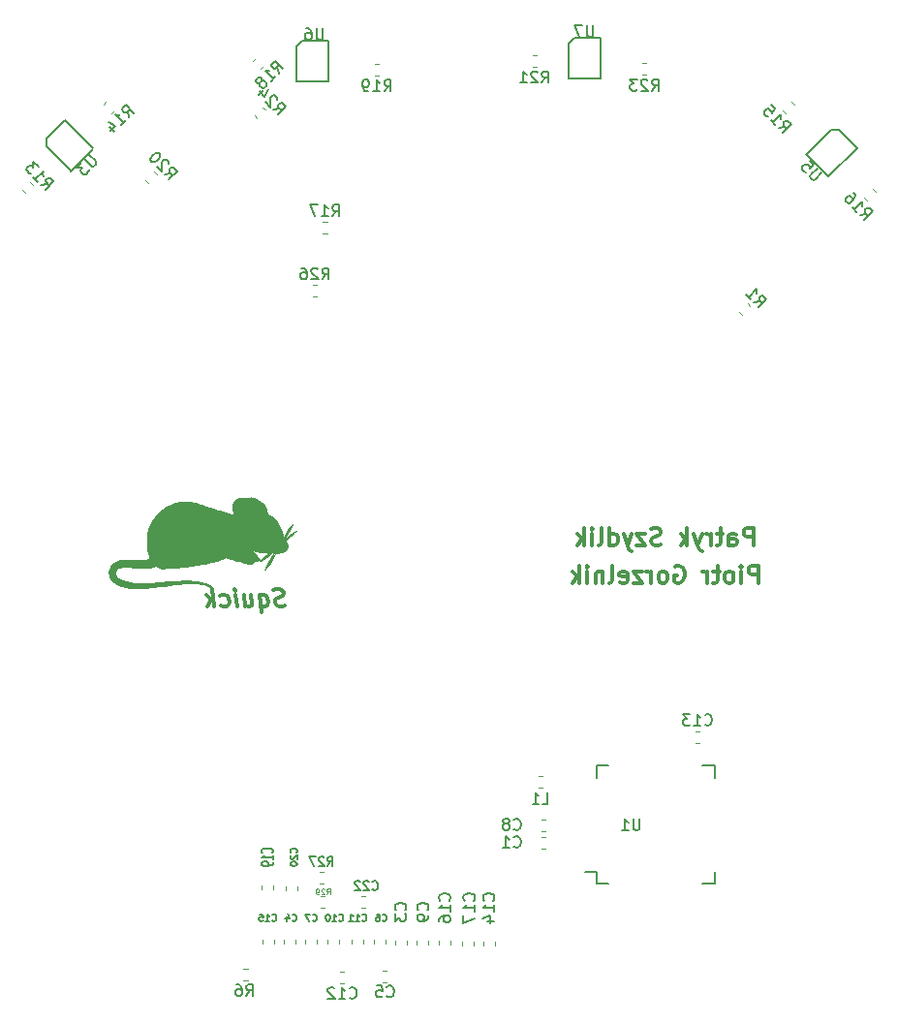
<source format=gbr>
G04 #@! TF.GenerationSoftware,KiCad,Pcbnew,(5.0.2)-1*
G04 #@! TF.CreationDate,2021-04-10T18:42:57+02:00*
G04 #@! TF.ProjectId,Squick,53717569-636b-42e6-9b69-6361645f7063,rev?*
G04 #@! TF.SameCoordinates,Original*
G04 #@! TF.FileFunction,Legend,Bot*
G04 #@! TF.FilePolarity,Positive*
%FSLAX45Y45*%
G04 Gerber Fmt 4.5, Leading zero omitted, Abs format (unit mm)*
G04 Created by KiCad (PCBNEW (5.0.2)-1) date 10.04.2021 18:42:57*
%MOMM*%
%LPD*%
G01*
G04 APERTURE LIST*
%ADD10C,0.300000*%
%ADD11C,0.120000*%
%ADD12C,0.150000*%
%ADD13C,0.010000*%
%ADD14C,0.125000*%
G04 APERTURE END LIST*
D10*
X16610000Y-8620514D02*
X16589464Y-8627657D01*
X16553750Y-8627657D01*
X16538571Y-8620514D01*
X16530536Y-8613371D01*
X16521607Y-8599086D01*
X16519821Y-8584800D01*
X16525178Y-8570514D01*
X16531428Y-8563371D01*
X16544821Y-8556229D01*
X16572500Y-8549086D01*
X16585893Y-8541943D01*
X16592143Y-8534800D01*
X16597500Y-8520514D01*
X16595714Y-8506229D01*
X16586786Y-8491943D01*
X16578750Y-8484800D01*
X16563571Y-8477657D01*
X16527857Y-8477657D01*
X16507321Y-8484800D01*
X16384107Y-8527657D02*
X16402857Y-8677657D01*
X16395714Y-8620514D02*
X16410893Y-8627657D01*
X16439464Y-8627657D01*
X16452857Y-8620514D01*
X16459107Y-8613371D01*
X16464464Y-8599086D01*
X16459107Y-8556229D01*
X16450178Y-8541943D01*
X16442143Y-8534800D01*
X16426964Y-8527657D01*
X16398393Y-8527657D01*
X16385000Y-8534800D01*
X16248393Y-8527657D02*
X16260893Y-8627657D01*
X16312678Y-8527657D02*
X16322500Y-8606229D01*
X16317143Y-8620514D01*
X16303750Y-8627657D01*
X16282321Y-8627657D01*
X16267143Y-8620514D01*
X16259107Y-8613371D01*
X16189464Y-8627657D02*
X16176964Y-8527657D01*
X16170714Y-8477657D02*
X16178750Y-8484800D01*
X16172500Y-8491943D01*
X16164464Y-8484800D01*
X16170714Y-8477657D01*
X16172500Y-8491943D01*
X16052857Y-8620514D02*
X16068036Y-8627657D01*
X16096607Y-8627657D01*
X16110000Y-8620514D01*
X16116250Y-8613371D01*
X16121607Y-8599086D01*
X16116250Y-8556229D01*
X16107321Y-8541943D01*
X16099286Y-8534800D01*
X16084107Y-8527657D01*
X16055536Y-8527657D01*
X16042143Y-8534800D01*
X15989464Y-8627657D02*
X15970714Y-8477657D01*
X15968036Y-8570514D02*
X15932321Y-8627657D01*
X15919821Y-8527657D02*
X15984107Y-8584800D01*
X20746143Y-8424457D02*
X20746143Y-8274457D01*
X20689000Y-8274457D01*
X20674714Y-8281600D01*
X20667571Y-8288743D01*
X20660429Y-8303028D01*
X20660429Y-8324457D01*
X20667571Y-8338743D01*
X20674714Y-8345886D01*
X20689000Y-8353028D01*
X20746143Y-8353028D01*
X20596143Y-8424457D02*
X20596143Y-8324457D01*
X20596143Y-8274457D02*
X20603286Y-8281600D01*
X20596143Y-8288743D01*
X20589000Y-8281600D01*
X20596143Y-8274457D01*
X20596143Y-8288743D01*
X20503286Y-8424457D02*
X20517571Y-8417314D01*
X20524714Y-8410171D01*
X20531857Y-8395886D01*
X20531857Y-8353028D01*
X20524714Y-8338743D01*
X20517571Y-8331600D01*
X20503286Y-8324457D01*
X20481857Y-8324457D01*
X20467571Y-8331600D01*
X20460429Y-8338743D01*
X20453286Y-8353028D01*
X20453286Y-8395886D01*
X20460429Y-8410171D01*
X20467571Y-8417314D01*
X20481857Y-8424457D01*
X20503286Y-8424457D01*
X20410429Y-8324457D02*
X20353286Y-8324457D01*
X20389000Y-8274457D02*
X20389000Y-8403029D01*
X20381857Y-8417314D01*
X20367571Y-8424457D01*
X20353286Y-8424457D01*
X20303286Y-8424457D02*
X20303286Y-8324457D01*
X20303286Y-8353028D02*
X20296143Y-8338743D01*
X20289000Y-8331600D01*
X20274714Y-8324457D01*
X20260429Y-8324457D01*
X20017571Y-8281600D02*
X20031857Y-8274457D01*
X20053286Y-8274457D01*
X20074714Y-8281600D01*
X20089000Y-8295886D01*
X20096143Y-8310171D01*
X20103286Y-8338743D01*
X20103286Y-8360171D01*
X20096143Y-8388743D01*
X20089000Y-8403029D01*
X20074714Y-8417314D01*
X20053286Y-8424457D01*
X20039000Y-8424457D01*
X20017571Y-8417314D01*
X20010429Y-8410171D01*
X20010429Y-8360171D01*
X20039000Y-8360171D01*
X19924714Y-8424457D02*
X19939000Y-8417314D01*
X19946143Y-8410171D01*
X19953286Y-8395886D01*
X19953286Y-8353028D01*
X19946143Y-8338743D01*
X19939000Y-8331600D01*
X19924714Y-8324457D01*
X19903286Y-8324457D01*
X19889000Y-8331600D01*
X19881857Y-8338743D01*
X19874714Y-8353028D01*
X19874714Y-8395886D01*
X19881857Y-8410171D01*
X19889000Y-8417314D01*
X19903286Y-8424457D01*
X19924714Y-8424457D01*
X19810429Y-8424457D02*
X19810429Y-8324457D01*
X19810429Y-8353028D02*
X19803286Y-8338743D01*
X19796143Y-8331600D01*
X19781857Y-8324457D01*
X19767571Y-8324457D01*
X19731857Y-8324457D02*
X19653286Y-8324457D01*
X19731857Y-8424457D01*
X19653286Y-8424457D01*
X19539000Y-8417314D02*
X19553286Y-8424457D01*
X19581857Y-8424457D01*
X19596143Y-8417314D01*
X19603286Y-8403029D01*
X19603286Y-8345886D01*
X19596143Y-8331600D01*
X19581857Y-8324457D01*
X19553286Y-8324457D01*
X19539000Y-8331600D01*
X19531857Y-8345886D01*
X19531857Y-8360171D01*
X19603286Y-8374457D01*
X19446143Y-8424457D02*
X19460429Y-8417314D01*
X19467571Y-8403029D01*
X19467571Y-8274457D01*
X19389000Y-8324457D02*
X19389000Y-8424457D01*
X19389000Y-8338743D02*
X19381857Y-8331600D01*
X19367571Y-8324457D01*
X19346143Y-8324457D01*
X19331857Y-8331600D01*
X19324714Y-8345886D01*
X19324714Y-8424457D01*
X19253286Y-8424457D02*
X19253286Y-8324457D01*
X19253286Y-8274457D02*
X19260429Y-8281600D01*
X19253286Y-8288743D01*
X19246143Y-8281600D01*
X19253286Y-8274457D01*
X19253286Y-8288743D01*
X19181857Y-8424457D02*
X19181857Y-8274457D01*
X19167571Y-8367314D02*
X19124714Y-8424457D01*
X19124714Y-8324457D02*
X19181857Y-8381600D01*
X20703286Y-8094257D02*
X20703286Y-7944257D01*
X20646143Y-7944257D01*
X20631857Y-7951400D01*
X20624714Y-7958543D01*
X20617571Y-7972828D01*
X20617571Y-7994257D01*
X20624714Y-8008543D01*
X20631857Y-8015686D01*
X20646143Y-8022828D01*
X20703286Y-8022828D01*
X20489000Y-8094257D02*
X20489000Y-8015686D01*
X20496143Y-8001400D01*
X20510429Y-7994257D01*
X20539000Y-7994257D01*
X20553286Y-8001400D01*
X20489000Y-8087114D02*
X20503286Y-8094257D01*
X20539000Y-8094257D01*
X20553286Y-8087114D01*
X20560429Y-8072828D01*
X20560429Y-8058543D01*
X20553286Y-8044257D01*
X20539000Y-8037114D01*
X20503286Y-8037114D01*
X20489000Y-8029971D01*
X20439000Y-7994257D02*
X20381857Y-7994257D01*
X20417571Y-7944257D02*
X20417571Y-8072828D01*
X20410429Y-8087114D01*
X20396143Y-8094257D01*
X20381857Y-8094257D01*
X20331857Y-8094257D02*
X20331857Y-7994257D01*
X20331857Y-8022828D02*
X20324714Y-8008543D01*
X20317571Y-8001400D01*
X20303286Y-7994257D01*
X20289000Y-7994257D01*
X20253286Y-7994257D02*
X20217571Y-8094257D01*
X20181857Y-7994257D02*
X20217571Y-8094257D01*
X20231857Y-8129971D01*
X20239000Y-8137114D01*
X20253286Y-8144257D01*
X20124714Y-8094257D02*
X20124714Y-7944257D01*
X20110429Y-8037114D02*
X20067571Y-8094257D01*
X20067571Y-7994257D02*
X20124714Y-8051400D01*
X19896143Y-8087114D02*
X19874714Y-8094257D01*
X19839000Y-8094257D01*
X19824714Y-8087114D01*
X19817571Y-8079971D01*
X19810429Y-8065686D01*
X19810429Y-8051400D01*
X19817571Y-8037114D01*
X19824714Y-8029971D01*
X19839000Y-8022828D01*
X19867571Y-8015686D01*
X19881857Y-8008543D01*
X19889000Y-8001400D01*
X19896143Y-7987114D01*
X19896143Y-7972828D01*
X19889000Y-7958543D01*
X19881857Y-7951400D01*
X19867571Y-7944257D01*
X19831857Y-7944257D01*
X19810429Y-7951400D01*
X19760429Y-7994257D02*
X19681857Y-7994257D01*
X19760429Y-8094257D01*
X19681857Y-8094257D01*
X19639000Y-7994257D02*
X19603286Y-8094257D01*
X19567571Y-7994257D02*
X19603286Y-8094257D01*
X19617571Y-8129971D01*
X19624714Y-8137114D01*
X19639000Y-8144257D01*
X19446143Y-8094257D02*
X19446143Y-7944257D01*
X19446143Y-8087114D02*
X19460429Y-8094257D01*
X19489000Y-8094257D01*
X19503286Y-8087114D01*
X19510429Y-8079971D01*
X19517571Y-8065686D01*
X19517571Y-8022828D01*
X19510429Y-8008543D01*
X19503286Y-8001400D01*
X19489000Y-7994257D01*
X19460429Y-7994257D01*
X19446143Y-8001400D01*
X19353286Y-8094257D02*
X19367571Y-8087114D01*
X19374714Y-8072828D01*
X19374714Y-7944257D01*
X19296143Y-8094257D02*
X19296143Y-7994257D01*
X19296143Y-7944257D02*
X19303286Y-7951400D01*
X19296143Y-7958543D01*
X19289000Y-7951400D01*
X19296143Y-7944257D01*
X19296143Y-7958543D01*
X19224714Y-8094257D02*
X19224714Y-7944257D01*
X19210429Y-8037114D02*
X19167571Y-8094257D01*
X19167571Y-7994257D02*
X19224714Y-8051400D01*
D11*
G04 #@! TO.C,R29*
X16925117Y-11160760D02*
X16959370Y-11160760D01*
X16925117Y-11262759D02*
X16959370Y-11262759D01*
G04 #@! TO.C,R27*
X16945620Y-11053760D02*
X16911367Y-11053760D01*
X16945620Y-10951760D02*
X16911367Y-10951760D01*
G04 #@! TO.C,R26*
X16887127Y-5921000D02*
X16852873Y-5921000D01*
X16887127Y-5819000D02*
X16852873Y-5819000D01*
G04 #@! TO.C,R24*
X16366048Y-4363173D02*
X16341827Y-4338952D01*
X16438173Y-4291048D02*
X16413952Y-4266827D01*
G04 #@! TO.C,R23*
X19735373Y-3884000D02*
X19769627Y-3884000D01*
X19735373Y-3986000D02*
X19769627Y-3986000D01*
G04 #@! TO.C,R21*
X18772873Y-3814000D02*
X18807127Y-3814000D01*
X18772873Y-3916000D02*
X18807127Y-3916000D01*
G04 #@! TO.C,R20*
X15416048Y-4928173D02*
X15391827Y-4903952D01*
X15488173Y-4856048D02*
X15463952Y-4831827D01*
G04 #@! TO.C,R19*
X17395373Y-3889000D02*
X17429627Y-3889000D01*
X17395373Y-3991000D02*
X17429627Y-3991000D01*
G04 #@! TO.C,R18*
X16326827Y-3861048D02*
X16351048Y-3836827D01*
X16398952Y-3933173D02*
X16423173Y-3908952D01*
G04 #@! TO.C,R17*
X16976627Y-5370000D02*
X16942373Y-5370000D01*
X16976627Y-5268000D02*
X16942373Y-5268000D01*
G04 #@! TO.C,R16*
X21745824Y-4983699D02*
X21770045Y-5007920D01*
X21673699Y-5055824D02*
X21697920Y-5080045D01*
G04 #@! TO.C,R15*
X21033952Y-4221827D02*
X21058173Y-4246048D01*
X20961827Y-4293952D02*
X20986048Y-4318173D01*
G04 #@! TO.C,R14*
X15021827Y-4246048D02*
X15046048Y-4221827D01*
X15093952Y-4318173D02*
X15118173Y-4293952D01*
G04 #@! TO.C,R13*
X14336048Y-5018173D02*
X14311827Y-4993952D01*
X14408173Y-4946048D02*
X14383952Y-4921827D01*
G04 #@! TO.C,R6*
X16282370Y-11898759D02*
X16248117Y-11898759D01*
X16282370Y-11796759D02*
X16248117Y-11796759D01*
G04 #@! TO.C,R1*
X20604176Y-6081301D02*
X20579955Y-6057080D01*
X20676301Y-6009176D02*
X20652080Y-5984955D01*
G04 #@! TO.C,L1*
X18823873Y-10116000D02*
X18858127Y-10116000D01*
X18823873Y-10218000D02*
X18858127Y-10218000D01*
G04 #@! TO.C,C22*
X17314627Y-11261000D02*
X17280373Y-11261000D01*
X17314627Y-11159000D02*
X17280373Y-11159000D01*
G04 #@! TO.C,C20*
X16718994Y-11075133D02*
X16718994Y-11109386D01*
X16616994Y-11075133D02*
X16616994Y-11109386D01*
G04 #@! TO.C,C19*
X16505994Y-11071133D02*
X16505994Y-11105386D01*
X16403994Y-11071133D02*
X16403994Y-11105386D01*
G04 #@! TO.C,C17*
X18261994Y-11559633D02*
X18261994Y-11593886D01*
X18159994Y-11559633D02*
X18159994Y-11593886D01*
G04 #@! TO.C,C16*
X18057994Y-11553883D02*
X18057994Y-11588136D01*
X17955994Y-11553883D02*
X17955994Y-11588136D01*
G04 #@! TO.C,C15*
X16514994Y-11545633D02*
X16514994Y-11579886D01*
X16412994Y-11545633D02*
X16412994Y-11579886D01*
G04 #@! TO.C,C14*
X18445994Y-11563133D02*
X18445994Y-11597386D01*
X18343994Y-11563133D02*
X18343994Y-11597386D01*
G04 #@! TO.C,C13*
X20198373Y-9723000D02*
X20232627Y-9723000D01*
X20198373Y-9825000D02*
X20232627Y-9825000D01*
G04 #@! TO.C,C12*
X17127370Y-11924759D02*
X17093117Y-11924759D01*
X17127370Y-11822759D02*
X17093117Y-11822759D01*
G04 #@! TO.C,C11*
X17293994Y-11539633D02*
X17293994Y-11573886D01*
X17191994Y-11539633D02*
X17191994Y-11573886D01*
G04 #@! TO.C,C10*
X16979018Y-11579343D02*
X16979018Y-11545089D01*
X17081018Y-11579343D02*
X17081018Y-11545089D01*
G04 #@! TO.C,C9*
X17863518Y-11551839D02*
X17863518Y-11586093D01*
X17761518Y-11551839D02*
X17761518Y-11586093D01*
G04 #@! TO.C,C8*
X18884627Y-10596000D02*
X18850373Y-10596000D01*
X18884627Y-10494000D02*
X18850373Y-10494000D01*
G04 #@! TO.C,C7*
X16782518Y-11578093D02*
X16782518Y-11543839D01*
X16884518Y-11578093D02*
X16884518Y-11543839D01*
G04 #@! TO.C,C6*
X17491518Y-11543839D02*
X17491518Y-11578093D01*
X17389518Y-11543839D02*
X17389518Y-11578093D01*
G04 #@! TO.C,C5*
X17500871Y-11916759D02*
X17466617Y-11916759D01*
X17500871Y-11814759D02*
X17466617Y-11814759D01*
G04 #@! TO.C,C4*
X16701994Y-11542883D02*
X16701994Y-11577136D01*
X16599994Y-11542883D02*
X16599994Y-11577136D01*
G04 #@! TO.C,C3*
X17676518Y-11549839D02*
X17676518Y-11584093D01*
X17574518Y-11549839D02*
X17574518Y-11584093D01*
G04 #@! TO.C,C1*
X18884627Y-10746000D02*
X18850373Y-10746000D01*
X18884627Y-10644000D02*
X18850373Y-10644000D01*
D12*
G04 #@! TO.C,U6*
X16710300Y-3739500D02*
X16710300Y-4039500D01*
X16710300Y-4045100D02*
X16985300Y-4045100D01*
X16761100Y-3689500D02*
X16710300Y-3740300D01*
X16989700Y-3689500D02*
X16761100Y-3689500D01*
X16989700Y-4045100D02*
X16989700Y-3689500D01*
G04 #@! TO.C,U7*
X19369700Y-4020100D02*
X19369700Y-3664500D01*
X19369700Y-3664500D02*
X19141100Y-3664500D01*
X19141100Y-3664500D02*
X19090300Y-3715300D01*
X19090300Y-4020100D02*
X19365300Y-4020100D01*
X19090300Y-3714500D02*
X19090300Y-4014500D01*
G04 #@! TO.C,U3*
X14521869Y-4609434D02*
X14734001Y-4821566D01*
X14737960Y-4825526D02*
X14932415Y-4631072D01*
X14522434Y-4538158D02*
X14522434Y-4610000D01*
X14684079Y-4376513D02*
X14522434Y-4538158D01*
X14935526Y-4627961D02*
X14684079Y-4376513D01*
G04 #@! TO.C,U5*
X21362040Y-4875526D02*
X21613487Y-4624079D01*
X21613487Y-4624079D02*
X21451842Y-4462434D01*
X21451842Y-4462434D02*
X21380000Y-4462434D01*
X21164474Y-4677961D02*
X21358928Y-4872415D01*
X21380566Y-4461869D02*
X21168434Y-4674001D01*
G04 #@! TO.C,U1*
X19332500Y-11055000D02*
X19332500Y-10955000D01*
X20367500Y-11055000D02*
X20367500Y-10947500D01*
X20367500Y-10020000D02*
X20367500Y-10127500D01*
X19332500Y-10020000D02*
X19332500Y-10127500D01*
X19332500Y-11055000D02*
X19440000Y-11055000D01*
X19332500Y-10020000D02*
X19440000Y-10020000D01*
X20367500Y-10020000D02*
X20260000Y-10020000D01*
X20367500Y-11055000D02*
X20260000Y-11055000D01*
X19332500Y-10955000D02*
X19230000Y-10955000D01*
D13*
G04 #@! TO.C,G\002A\002A\002A*
G36*
X16302819Y-7678649D02*
X16292791Y-7680989D01*
X16289929Y-7681767D01*
X16277556Y-7684527D01*
X16265844Y-7686089D01*
X16259175Y-7686199D01*
X16233354Y-7684975D01*
X16212355Y-7686446D01*
X16195130Y-7690879D01*
X16180634Y-7698540D01*
X16168088Y-7709415D01*
X16156703Y-7725696D01*
X16149684Y-7745242D01*
X16147128Y-7766621D01*
X16149132Y-7788398D01*
X16155792Y-7809140D01*
X16160769Y-7818468D01*
X16168162Y-7830430D01*
X16152550Y-7828115D01*
X16135519Y-7824915D01*
X16113931Y-7819805D01*
X16089156Y-7813162D01*
X16062560Y-7805362D01*
X16035512Y-7796783D01*
X16021050Y-7791906D01*
X15979768Y-7777677D01*
X15943943Y-7765379D01*
X15913031Y-7754874D01*
X15886486Y-7746020D01*
X15863764Y-7738677D01*
X15844319Y-7732705D01*
X15827606Y-7727963D01*
X15813082Y-7724310D01*
X15800200Y-7721607D01*
X15788416Y-7719713D01*
X15777185Y-7718487D01*
X15765962Y-7717789D01*
X15754202Y-7717479D01*
X15741361Y-7717415D01*
X15732125Y-7717440D01*
X15711870Y-7717692D01*
X15696049Y-7718421D01*
X15682750Y-7719832D01*
X15670062Y-7722131D01*
X15656073Y-7725524D01*
X15655349Y-7725715D01*
X15615413Y-7739119D01*
X15577958Y-7757737D01*
X15542398Y-7781920D01*
X15508149Y-7812019D01*
X15503141Y-7817013D01*
X15472805Y-7850662D01*
X15448268Y-7884492D01*
X15429009Y-7919307D01*
X15415880Y-7951787D01*
X15412985Y-7960638D01*
X15410788Y-7968645D01*
X15409168Y-7976932D01*
X15408004Y-7986621D01*
X15407177Y-7998835D01*
X15406566Y-8014697D01*
X15406050Y-8035330D01*
X15405840Y-8045335D01*
X15405454Y-8074993D01*
X15405712Y-8099565D01*
X15406738Y-8120290D01*
X15408656Y-8138411D01*
X15411591Y-8155169D01*
X15415666Y-8171806D01*
X15419951Y-8186241D01*
X15423372Y-8197902D01*
X15425600Y-8207085D01*
X15426280Y-8212260D01*
X15426116Y-8212817D01*
X15422354Y-8214408D01*
X15414312Y-8216820D01*
X15406040Y-8218958D01*
X15399170Y-8220298D01*
X15390588Y-8221283D01*
X15379527Y-8221933D01*
X15365220Y-8222262D01*
X15346899Y-8222290D01*
X15323795Y-8222034D01*
X15295143Y-8221510D01*
X15293975Y-8221485D01*
X15260974Y-8220941D01*
X15233507Y-8220855D01*
X15210772Y-8221307D01*
X15191962Y-8222380D01*
X15176275Y-8224154D01*
X15162906Y-8226711D01*
X15151051Y-8230130D01*
X15139907Y-8234494D01*
X15133003Y-8237709D01*
X15111123Y-8251534D01*
X15093385Y-8269110D01*
X15080172Y-8289553D01*
X15071869Y-8311980D01*
X15068859Y-8335509D01*
X15071528Y-8359255D01*
X15075094Y-8370887D01*
X15086055Y-8391309D01*
X15102664Y-8410079D01*
X15124338Y-8426767D01*
X15150493Y-8440948D01*
X15180547Y-8452192D01*
X15189200Y-8454654D01*
X15209548Y-8459664D01*
X15228972Y-8463442D01*
X15248883Y-8466132D01*
X15270690Y-8467876D01*
X15295802Y-8468821D01*
X15325628Y-8469110D01*
X15330487Y-8469106D01*
X15352335Y-8468970D01*
X15372069Y-8468593D01*
X15390696Y-8467887D01*
X15409219Y-8466765D01*
X15428643Y-8465137D01*
X15449973Y-8462916D01*
X15474212Y-8460013D01*
X15502367Y-8456342D01*
X15535440Y-8451814D01*
X15548335Y-8450014D01*
X15600281Y-8442956D01*
X15646541Y-8437159D01*
X15687651Y-8432596D01*
X15724141Y-8429238D01*
X15756546Y-8427058D01*
X15785397Y-8426026D01*
X15811229Y-8426116D01*
X15834575Y-8427299D01*
X15855966Y-8429546D01*
X15875525Y-8432750D01*
X15900132Y-8438867D01*
X15924418Y-8447341D01*
X15946451Y-8457388D01*
X15964297Y-8468222D01*
X15966041Y-8469520D01*
X15975418Y-8475655D01*
X15981008Y-8476821D01*
X15982947Y-8473041D01*
X15982950Y-8472758D01*
X15980555Y-8468603D01*
X15974344Y-8462414D01*
X15967532Y-8456948D01*
X15939956Y-8439820D01*
X15908213Y-8426002D01*
X15871699Y-8415260D01*
X15846425Y-8410047D01*
X15829762Y-8407974D01*
X15807673Y-8406602D01*
X15781044Y-8405915D01*
X15750758Y-8405895D01*
X15717701Y-8406528D01*
X15682755Y-8407797D01*
X15646806Y-8409687D01*
X15610738Y-8412179D01*
X15578880Y-8414928D01*
X15530331Y-8419383D01*
X15487514Y-8422941D01*
X15449881Y-8425631D01*
X15416882Y-8427484D01*
X15387968Y-8428528D01*
X15362590Y-8428793D01*
X15340198Y-8428310D01*
X15335250Y-8428088D01*
X15294074Y-8424897D01*
X15256613Y-8419676D01*
X15223193Y-8412561D01*
X15194140Y-8403689D01*
X15169778Y-8393199D01*
X15150434Y-8381226D01*
X15136432Y-8367909D01*
X15128099Y-8353383D01*
X15125712Y-8339773D01*
X15128659Y-8323156D01*
X15137591Y-8308515D01*
X15144780Y-8301499D01*
X15154954Y-8294725D01*
X15167605Y-8289765D01*
X15183395Y-8286555D01*
X15202984Y-8285029D01*
X15227035Y-8285121D01*
X15256208Y-8286767D01*
X15276589Y-8288487D01*
X15314415Y-8291656D01*
X15346753Y-8293593D01*
X15374351Y-8294263D01*
X15397959Y-8293631D01*
X15418325Y-8291660D01*
X15436196Y-8288316D01*
X15452322Y-8283564D01*
X15462140Y-8279738D01*
X15476317Y-8273690D01*
X15501254Y-8285392D01*
X15526192Y-8297095D01*
X15595027Y-8295296D01*
X15630947Y-8293877D01*
X15667339Y-8291427D01*
X15705092Y-8287835D01*
X15745094Y-8282989D01*
X15788232Y-8276778D01*
X15835395Y-8269092D01*
X15887471Y-8259817D01*
X15906750Y-8256227D01*
X15936228Y-8250576D01*
X15960603Y-8245612D01*
X15981042Y-8241025D01*
X15998713Y-8236508D01*
X16014784Y-8231749D01*
X16030421Y-8226442D01*
X16046795Y-8220277D01*
X16055189Y-8216949D01*
X16094366Y-8201232D01*
X16110889Y-8207763D01*
X16118024Y-8210153D01*
X16130272Y-8213794D01*
X16146582Y-8218407D01*
X16165905Y-8223715D01*
X16187190Y-8229438D01*
X16209387Y-8235298D01*
X16231447Y-8241017D01*
X16252318Y-8246315D01*
X16270952Y-8250914D01*
X16286297Y-8254536D01*
X16291883Y-8255780D01*
X16308109Y-8257371D01*
X16321805Y-8254956D01*
X16331880Y-8248877D01*
X16336534Y-8241780D01*
X16339833Y-8235240D01*
X16344498Y-8233285D01*
X16350328Y-8233858D01*
X16362118Y-8234097D01*
X16373636Y-8231633D01*
X16382638Y-8227132D01*
X16386170Y-8223259D01*
X16387224Y-8220530D01*
X16387059Y-8217472D01*
X16385171Y-8213391D01*
X16381056Y-8207597D01*
X16374211Y-8199397D01*
X16364131Y-8188099D01*
X16350314Y-8173012D01*
X16346870Y-8169275D01*
X16336689Y-8157837D01*
X16330976Y-8150028D01*
X16330026Y-8145536D01*
X16334133Y-8144051D01*
X16343591Y-8145261D01*
X16358697Y-8148857D01*
X16364722Y-8150447D01*
X16387878Y-8155174D01*
X16415858Y-8158391D01*
X16431671Y-8159396D01*
X16472405Y-8161337D01*
X16445959Y-8183171D01*
X16432991Y-8194034D01*
X16419965Y-8205210D01*
X16408837Y-8215010D01*
X16404224Y-8219211D01*
X16395363Y-8227943D01*
X16391138Y-8233250D01*
X16391040Y-8235431D01*
X16394563Y-8234784D01*
X16401197Y-8231608D01*
X16410435Y-8226203D01*
X16421769Y-8218867D01*
X16434692Y-8209899D01*
X16448695Y-8199598D01*
X16463271Y-8188263D01*
X16477911Y-8176192D01*
X16479225Y-8175072D01*
X16491372Y-8165079D01*
X16499941Y-8159155D01*
X16505811Y-8156843D01*
X16509861Y-8157687D01*
X16510979Y-8158612D01*
X16511057Y-8160590D01*
X16509456Y-8165133D01*
X16505947Y-8172678D01*
X16500300Y-8183662D01*
X16492286Y-8198523D01*
X16481677Y-8217699D01*
X16468243Y-8241625D01*
X16457589Y-8260457D01*
X16448951Y-8275952D01*
X16441690Y-8289478D01*
X16436283Y-8300101D01*
X16433210Y-8306889D01*
X16432739Y-8308920D01*
X16436024Y-8308039D01*
X16441909Y-8302426D01*
X16449855Y-8292866D01*
X16459321Y-8280144D01*
X16469767Y-8265048D01*
X16480653Y-8248362D01*
X16491438Y-8230873D01*
X16501582Y-8213366D01*
X16510546Y-8196627D01*
X16512197Y-8193345D01*
X16527308Y-8162925D01*
X16544848Y-8162821D01*
X16563283Y-8160837D01*
X16581976Y-8155580D01*
X16599389Y-8147781D01*
X16613987Y-8138169D01*
X16624233Y-8127475D01*
X16626230Y-8124163D01*
X16630906Y-8110108D01*
X16630304Y-8095391D01*
X16624320Y-8078950D01*
X16621173Y-8073012D01*
X16616109Y-8063631D01*
X16612816Y-8056729D01*
X16612009Y-8053821D01*
X16616427Y-8050315D01*
X16624379Y-8043754D01*
X16634984Y-8034888D01*
X16647360Y-8024466D01*
X16660623Y-8013238D01*
X16673893Y-8001953D01*
X16686286Y-7991360D01*
X16696921Y-7982210D01*
X16704915Y-7975252D01*
X16709385Y-7971234D01*
X16710025Y-7970556D01*
X16707710Y-7969658D01*
X16701314Y-7972245D01*
X16691660Y-7977767D01*
X16679572Y-7985676D01*
X16665873Y-7995422D01*
X16651387Y-8006457D01*
X16636937Y-8018232D01*
X16631444Y-8022945D01*
X16620922Y-8031999D01*
X16612418Y-8039091D01*
X16606891Y-8043435D01*
X16605250Y-8044376D01*
X16606722Y-8041316D01*
X16610848Y-8033510D01*
X16617194Y-8021761D01*
X16625324Y-8006871D01*
X16634804Y-7989643D01*
X16640175Y-7979931D01*
X16650207Y-7961681D01*
X16659102Y-7945222D01*
X16666425Y-7931385D01*
X16671738Y-7921001D01*
X16674606Y-7914900D01*
X16674986Y-7913703D01*
X16673357Y-7912941D01*
X16669079Y-7916867D01*
X16662701Y-7924685D01*
X16654774Y-7935599D01*
X16645848Y-7948811D01*
X16636473Y-7963526D01*
X16627199Y-7978946D01*
X16618577Y-7994276D01*
X16616033Y-7999056D01*
X16599584Y-8030449D01*
X16592739Y-8014976D01*
X16588178Y-8003151D01*
X16583565Y-7988814D01*
X16580847Y-7978820D01*
X16569059Y-7943498D01*
X16551809Y-7910763D01*
X16529626Y-7881320D01*
X16503038Y-7855869D01*
X16472676Y-7835171D01*
X16461658Y-7827940D01*
X16455782Y-7821321D01*
X16454324Y-7817330D01*
X16452550Y-7809926D01*
X16449577Y-7798969D01*
X16446439Y-7788158D01*
X16434904Y-7760359D01*
X16418191Y-7735395D01*
X16397095Y-7714011D01*
X16372412Y-7696949D01*
X16344936Y-7684954D01*
X16332417Y-7681529D01*
X16319965Y-7678934D01*
X16310988Y-7677969D01*
X16302819Y-7678649D01*
X16302819Y-7678649D01*
G37*
X16302819Y-7678649D02*
X16292791Y-7680989D01*
X16289929Y-7681767D01*
X16277556Y-7684527D01*
X16265844Y-7686089D01*
X16259175Y-7686199D01*
X16233354Y-7684975D01*
X16212355Y-7686446D01*
X16195130Y-7690879D01*
X16180634Y-7698540D01*
X16168088Y-7709415D01*
X16156703Y-7725696D01*
X16149684Y-7745242D01*
X16147128Y-7766621D01*
X16149132Y-7788398D01*
X16155792Y-7809140D01*
X16160769Y-7818468D01*
X16168162Y-7830430D01*
X16152550Y-7828115D01*
X16135519Y-7824915D01*
X16113931Y-7819805D01*
X16089156Y-7813162D01*
X16062560Y-7805362D01*
X16035512Y-7796783D01*
X16021050Y-7791906D01*
X15979768Y-7777677D01*
X15943943Y-7765379D01*
X15913031Y-7754874D01*
X15886486Y-7746020D01*
X15863764Y-7738677D01*
X15844319Y-7732705D01*
X15827606Y-7727963D01*
X15813082Y-7724310D01*
X15800200Y-7721607D01*
X15788416Y-7719713D01*
X15777185Y-7718487D01*
X15765962Y-7717789D01*
X15754202Y-7717479D01*
X15741361Y-7717415D01*
X15732125Y-7717440D01*
X15711870Y-7717692D01*
X15696049Y-7718421D01*
X15682750Y-7719832D01*
X15670062Y-7722131D01*
X15656073Y-7725524D01*
X15655349Y-7725715D01*
X15615413Y-7739119D01*
X15577958Y-7757737D01*
X15542398Y-7781920D01*
X15508149Y-7812019D01*
X15503141Y-7817013D01*
X15472805Y-7850662D01*
X15448268Y-7884492D01*
X15429009Y-7919307D01*
X15415880Y-7951787D01*
X15412985Y-7960638D01*
X15410788Y-7968645D01*
X15409168Y-7976932D01*
X15408004Y-7986621D01*
X15407177Y-7998835D01*
X15406566Y-8014697D01*
X15406050Y-8035330D01*
X15405840Y-8045335D01*
X15405454Y-8074993D01*
X15405712Y-8099565D01*
X15406738Y-8120290D01*
X15408656Y-8138411D01*
X15411591Y-8155169D01*
X15415666Y-8171806D01*
X15419951Y-8186241D01*
X15423372Y-8197902D01*
X15425600Y-8207085D01*
X15426280Y-8212260D01*
X15426116Y-8212817D01*
X15422354Y-8214408D01*
X15414312Y-8216820D01*
X15406040Y-8218958D01*
X15399170Y-8220298D01*
X15390588Y-8221283D01*
X15379527Y-8221933D01*
X15365220Y-8222262D01*
X15346899Y-8222290D01*
X15323795Y-8222034D01*
X15295143Y-8221510D01*
X15293975Y-8221485D01*
X15260974Y-8220941D01*
X15233507Y-8220855D01*
X15210772Y-8221307D01*
X15191962Y-8222380D01*
X15176275Y-8224154D01*
X15162906Y-8226711D01*
X15151051Y-8230130D01*
X15139907Y-8234494D01*
X15133003Y-8237709D01*
X15111123Y-8251534D01*
X15093385Y-8269110D01*
X15080172Y-8289553D01*
X15071869Y-8311980D01*
X15068859Y-8335509D01*
X15071528Y-8359255D01*
X15075094Y-8370887D01*
X15086055Y-8391309D01*
X15102664Y-8410079D01*
X15124338Y-8426767D01*
X15150493Y-8440948D01*
X15180547Y-8452192D01*
X15189200Y-8454654D01*
X15209548Y-8459664D01*
X15228972Y-8463442D01*
X15248883Y-8466132D01*
X15270690Y-8467876D01*
X15295802Y-8468821D01*
X15325628Y-8469110D01*
X15330487Y-8469106D01*
X15352335Y-8468970D01*
X15372069Y-8468593D01*
X15390696Y-8467887D01*
X15409219Y-8466765D01*
X15428643Y-8465137D01*
X15449973Y-8462916D01*
X15474212Y-8460013D01*
X15502367Y-8456342D01*
X15535440Y-8451814D01*
X15548335Y-8450014D01*
X15600281Y-8442956D01*
X15646541Y-8437159D01*
X15687651Y-8432596D01*
X15724141Y-8429238D01*
X15756546Y-8427058D01*
X15785397Y-8426026D01*
X15811229Y-8426116D01*
X15834575Y-8427299D01*
X15855966Y-8429546D01*
X15875525Y-8432750D01*
X15900132Y-8438867D01*
X15924418Y-8447341D01*
X15946451Y-8457388D01*
X15964297Y-8468222D01*
X15966041Y-8469520D01*
X15975418Y-8475655D01*
X15981008Y-8476821D01*
X15982947Y-8473041D01*
X15982950Y-8472758D01*
X15980555Y-8468603D01*
X15974344Y-8462414D01*
X15967532Y-8456948D01*
X15939956Y-8439820D01*
X15908213Y-8426002D01*
X15871699Y-8415260D01*
X15846425Y-8410047D01*
X15829762Y-8407974D01*
X15807673Y-8406602D01*
X15781044Y-8405915D01*
X15750758Y-8405895D01*
X15717701Y-8406528D01*
X15682755Y-8407797D01*
X15646806Y-8409687D01*
X15610738Y-8412179D01*
X15578880Y-8414928D01*
X15530331Y-8419383D01*
X15487514Y-8422941D01*
X15449881Y-8425631D01*
X15416882Y-8427484D01*
X15387968Y-8428528D01*
X15362590Y-8428793D01*
X15340198Y-8428310D01*
X15335250Y-8428088D01*
X15294074Y-8424897D01*
X15256613Y-8419676D01*
X15223193Y-8412561D01*
X15194140Y-8403689D01*
X15169778Y-8393199D01*
X15150434Y-8381226D01*
X15136432Y-8367909D01*
X15128099Y-8353383D01*
X15125712Y-8339773D01*
X15128659Y-8323156D01*
X15137591Y-8308515D01*
X15144780Y-8301499D01*
X15154954Y-8294725D01*
X15167605Y-8289765D01*
X15183395Y-8286555D01*
X15202984Y-8285029D01*
X15227035Y-8285121D01*
X15256208Y-8286767D01*
X15276589Y-8288487D01*
X15314415Y-8291656D01*
X15346753Y-8293593D01*
X15374351Y-8294263D01*
X15397959Y-8293631D01*
X15418325Y-8291660D01*
X15436196Y-8288316D01*
X15452322Y-8283564D01*
X15462140Y-8279738D01*
X15476317Y-8273690D01*
X15501254Y-8285392D01*
X15526192Y-8297095D01*
X15595027Y-8295296D01*
X15630947Y-8293877D01*
X15667339Y-8291427D01*
X15705092Y-8287835D01*
X15745094Y-8282989D01*
X15788232Y-8276778D01*
X15835395Y-8269092D01*
X15887471Y-8259817D01*
X15906750Y-8256227D01*
X15936228Y-8250576D01*
X15960603Y-8245612D01*
X15981042Y-8241025D01*
X15998713Y-8236508D01*
X16014784Y-8231749D01*
X16030421Y-8226442D01*
X16046795Y-8220277D01*
X16055189Y-8216949D01*
X16094366Y-8201232D01*
X16110889Y-8207763D01*
X16118024Y-8210153D01*
X16130272Y-8213794D01*
X16146582Y-8218407D01*
X16165905Y-8223715D01*
X16187190Y-8229438D01*
X16209387Y-8235298D01*
X16231447Y-8241017D01*
X16252318Y-8246315D01*
X16270952Y-8250914D01*
X16286297Y-8254536D01*
X16291883Y-8255780D01*
X16308109Y-8257371D01*
X16321805Y-8254956D01*
X16331880Y-8248877D01*
X16336534Y-8241780D01*
X16339833Y-8235240D01*
X16344498Y-8233285D01*
X16350328Y-8233858D01*
X16362118Y-8234097D01*
X16373636Y-8231633D01*
X16382638Y-8227132D01*
X16386170Y-8223259D01*
X16387224Y-8220530D01*
X16387059Y-8217472D01*
X16385171Y-8213391D01*
X16381056Y-8207597D01*
X16374211Y-8199397D01*
X16364131Y-8188099D01*
X16350314Y-8173012D01*
X16346870Y-8169275D01*
X16336689Y-8157837D01*
X16330976Y-8150028D01*
X16330026Y-8145536D01*
X16334133Y-8144051D01*
X16343591Y-8145261D01*
X16358697Y-8148857D01*
X16364722Y-8150447D01*
X16387878Y-8155174D01*
X16415858Y-8158391D01*
X16431671Y-8159396D01*
X16472405Y-8161337D01*
X16445959Y-8183171D01*
X16432991Y-8194034D01*
X16419965Y-8205210D01*
X16408837Y-8215010D01*
X16404224Y-8219211D01*
X16395363Y-8227943D01*
X16391138Y-8233250D01*
X16391040Y-8235431D01*
X16394563Y-8234784D01*
X16401197Y-8231608D01*
X16410435Y-8226203D01*
X16421769Y-8218867D01*
X16434692Y-8209899D01*
X16448695Y-8199598D01*
X16463271Y-8188263D01*
X16477911Y-8176192D01*
X16479225Y-8175072D01*
X16491372Y-8165079D01*
X16499941Y-8159155D01*
X16505811Y-8156843D01*
X16509861Y-8157687D01*
X16510979Y-8158612D01*
X16511057Y-8160590D01*
X16509456Y-8165133D01*
X16505947Y-8172678D01*
X16500300Y-8183662D01*
X16492286Y-8198523D01*
X16481677Y-8217699D01*
X16468243Y-8241625D01*
X16457589Y-8260457D01*
X16448951Y-8275952D01*
X16441690Y-8289478D01*
X16436283Y-8300101D01*
X16433210Y-8306889D01*
X16432739Y-8308920D01*
X16436024Y-8308039D01*
X16441909Y-8302426D01*
X16449855Y-8292866D01*
X16459321Y-8280144D01*
X16469767Y-8265048D01*
X16480653Y-8248362D01*
X16491438Y-8230873D01*
X16501582Y-8213366D01*
X16510546Y-8196627D01*
X16512197Y-8193345D01*
X16527308Y-8162925D01*
X16544848Y-8162821D01*
X16563283Y-8160837D01*
X16581976Y-8155580D01*
X16599389Y-8147781D01*
X16613987Y-8138169D01*
X16624233Y-8127475D01*
X16626230Y-8124163D01*
X16630906Y-8110108D01*
X16630304Y-8095391D01*
X16624320Y-8078950D01*
X16621173Y-8073012D01*
X16616109Y-8063631D01*
X16612816Y-8056729D01*
X16612009Y-8053821D01*
X16616427Y-8050315D01*
X16624379Y-8043754D01*
X16634984Y-8034888D01*
X16647360Y-8024466D01*
X16660623Y-8013238D01*
X16673893Y-8001953D01*
X16686286Y-7991360D01*
X16696921Y-7982210D01*
X16704915Y-7975252D01*
X16709385Y-7971234D01*
X16710025Y-7970556D01*
X16707710Y-7969658D01*
X16701314Y-7972245D01*
X16691660Y-7977767D01*
X16679572Y-7985676D01*
X16665873Y-7995422D01*
X16651387Y-8006457D01*
X16636937Y-8018232D01*
X16631444Y-8022945D01*
X16620922Y-8031999D01*
X16612418Y-8039091D01*
X16606891Y-8043435D01*
X16605250Y-8044376D01*
X16606722Y-8041316D01*
X16610848Y-8033510D01*
X16617194Y-8021761D01*
X16625324Y-8006871D01*
X16634804Y-7989643D01*
X16640175Y-7979931D01*
X16650207Y-7961681D01*
X16659102Y-7945222D01*
X16666425Y-7931385D01*
X16671738Y-7921001D01*
X16674606Y-7914900D01*
X16674986Y-7913703D01*
X16673357Y-7912941D01*
X16669079Y-7916867D01*
X16662701Y-7924685D01*
X16654774Y-7935599D01*
X16645848Y-7948811D01*
X16636473Y-7963526D01*
X16627199Y-7978946D01*
X16618577Y-7994276D01*
X16616033Y-7999056D01*
X16599584Y-8030449D01*
X16592739Y-8014976D01*
X16588178Y-8003151D01*
X16583565Y-7988814D01*
X16580847Y-7978820D01*
X16569059Y-7943498D01*
X16551809Y-7910763D01*
X16529626Y-7881320D01*
X16503038Y-7855869D01*
X16472676Y-7835171D01*
X16461658Y-7827940D01*
X16455782Y-7821321D01*
X16454324Y-7817330D01*
X16452550Y-7809926D01*
X16449577Y-7798969D01*
X16446439Y-7788158D01*
X16434904Y-7760359D01*
X16418191Y-7735395D01*
X16397095Y-7714011D01*
X16372412Y-7696949D01*
X16344936Y-7684954D01*
X16332417Y-7681529D01*
X16319965Y-7678934D01*
X16310988Y-7677969D01*
X16302819Y-7678649D01*
G04 #@! TO.C,R29*
D14*
X16973943Y-11147819D02*
X16990610Y-11124010D01*
X17002514Y-11147819D02*
X17002514Y-11097819D01*
X16983467Y-11097819D01*
X16978705Y-11100200D01*
X16976324Y-11102581D01*
X16973943Y-11107343D01*
X16973943Y-11114486D01*
X16976324Y-11119248D01*
X16978705Y-11121629D01*
X16983467Y-11124010D01*
X17002514Y-11124010D01*
X16954895Y-11102581D02*
X16952514Y-11100200D01*
X16947752Y-11097819D01*
X16935848Y-11097819D01*
X16931086Y-11100200D01*
X16928705Y-11102581D01*
X16926324Y-11107343D01*
X16926324Y-11112105D01*
X16928705Y-11119248D01*
X16957276Y-11147819D01*
X16926324Y-11147819D01*
X16902514Y-11147819D02*
X16892990Y-11147819D01*
X16888229Y-11145438D01*
X16885848Y-11143057D01*
X16881086Y-11135914D01*
X16878705Y-11126390D01*
X16878705Y-11107343D01*
X16881086Y-11102581D01*
X16883467Y-11100200D01*
X16888229Y-11097819D01*
X16897752Y-11097819D01*
X16902514Y-11100200D01*
X16904895Y-11102581D01*
X16907276Y-11107343D01*
X16907276Y-11119248D01*
X16904895Y-11124010D01*
X16902514Y-11126390D01*
X16897752Y-11128771D01*
X16888229Y-11128771D01*
X16883467Y-11126390D01*
X16881086Y-11124010D01*
X16878705Y-11119248D01*
G04 #@! TO.C,R27*
D12*
X16979922Y-10895950D02*
X17006589Y-10857855D01*
X17025637Y-10895950D02*
X17025637Y-10815950D01*
X16995160Y-10815950D01*
X16987541Y-10819760D01*
X16983732Y-10823569D01*
X16979922Y-10831188D01*
X16979922Y-10842617D01*
X16983732Y-10850236D01*
X16987541Y-10854045D01*
X16995160Y-10857855D01*
X17025637Y-10857855D01*
X16949446Y-10823569D02*
X16945637Y-10819760D01*
X16938018Y-10815950D01*
X16918970Y-10815950D01*
X16911351Y-10819760D01*
X16907541Y-10823569D01*
X16903732Y-10831188D01*
X16903732Y-10838807D01*
X16907541Y-10850236D01*
X16953256Y-10895950D01*
X16903732Y-10895950D01*
X16877065Y-10815950D02*
X16823732Y-10815950D01*
X16858018Y-10895950D01*
G04 #@! TO.C,R26*
X16934286Y-5772238D02*
X16967619Y-5724619D01*
X16991429Y-5772238D02*
X16991429Y-5672238D01*
X16953333Y-5672238D01*
X16943810Y-5677000D01*
X16939048Y-5681762D01*
X16934286Y-5691286D01*
X16934286Y-5705571D01*
X16939048Y-5715095D01*
X16943810Y-5719857D01*
X16953333Y-5724619D01*
X16991429Y-5724619D01*
X16896190Y-5681762D02*
X16891429Y-5677000D01*
X16881905Y-5672238D01*
X16858095Y-5672238D01*
X16848571Y-5677000D01*
X16843810Y-5681762D01*
X16839048Y-5691286D01*
X16839048Y-5700809D01*
X16843810Y-5715095D01*
X16900952Y-5772238D01*
X16839048Y-5772238D01*
X16753333Y-5672238D02*
X16772381Y-5672238D01*
X16781905Y-5677000D01*
X16786667Y-5681762D01*
X16796190Y-5696048D01*
X16800952Y-5715095D01*
X16800952Y-5753190D01*
X16796190Y-5762714D01*
X16791429Y-5767476D01*
X16781905Y-5772238D01*
X16762857Y-5772238D01*
X16753333Y-5767476D01*
X16748571Y-5762714D01*
X16743809Y-5753190D01*
X16743809Y-5729381D01*
X16748571Y-5719857D01*
X16753333Y-5715095D01*
X16762857Y-5710333D01*
X16781905Y-5710333D01*
X16791429Y-5715095D01*
X16796190Y-5719857D01*
X16800952Y-5729381D01*
G04 #@! TO.C,R24*
X16504585Y-4291329D02*
X16561827Y-4281227D01*
X16544991Y-4331735D02*
X16615702Y-4261024D01*
X16588764Y-4234087D01*
X16578663Y-4230720D01*
X16571928Y-4230720D01*
X16561827Y-4234087D01*
X16551725Y-4244188D01*
X16548358Y-4254290D01*
X16548358Y-4261024D01*
X16551725Y-4271126D01*
X16578663Y-4298063D01*
X16541624Y-4200415D02*
X16541624Y-4193681D01*
X16538257Y-4183579D01*
X16521421Y-4166743D01*
X16511319Y-4163376D01*
X16504585Y-4163376D01*
X16494483Y-4166743D01*
X16487749Y-4173477D01*
X16481015Y-4186946D01*
X16481015Y-4267759D01*
X16437241Y-4223985D01*
X16423773Y-4116236D02*
X16376632Y-4163376D01*
X16467546Y-4106134D02*
X16433874Y-4173477D01*
X16390101Y-4129704D01*
G04 #@! TO.C,R23*
X19816786Y-4123238D02*
X19850119Y-4075619D01*
X19873928Y-4123238D02*
X19873928Y-4023238D01*
X19835833Y-4023238D01*
X19826309Y-4028000D01*
X19821548Y-4032762D01*
X19816786Y-4042286D01*
X19816786Y-4056571D01*
X19821548Y-4066095D01*
X19826309Y-4070857D01*
X19835833Y-4075619D01*
X19873928Y-4075619D01*
X19778690Y-4032762D02*
X19773928Y-4028000D01*
X19764405Y-4023238D01*
X19740595Y-4023238D01*
X19731071Y-4028000D01*
X19726309Y-4032762D01*
X19721548Y-4042286D01*
X19721548Y-4051809D01*
X19726309Y-4066095D01*
X19783452Y-4123238D01*
X19721548Y-4123238D01*
X19688214Y-4023238D02*
X19626309Y-4023238D01*
X19659643Y-4061333D01*
X19645357Y-4061333D01*
X19635833Y-4066095D01*
X19631071Y-4070857D01*
X19626309Y-4080381D01*
X19626309Y-4104190D01*
X19631071Y-4113714D01*
X19635833Y-4118476D01*
X19645357Y-4123238D01*
X19673928Y-4123238D01*
X19683452Y-4118476D01*
X19688214Y-4113714D01*
G04 #@! TO.C,R21*
X18854286Y-4053238D02*
X18887619Y-4005619D01*
X18911429Y-4053238D02*
X18911429Y-3953238D01*
X18873333Y-3953238D01*
X18863810Y-3958000D01*
X18859048Y-3962762D01*
X18854286Y-3972286D01*
X18854286Y-3986571D01*
X18859048Y-3996095D01*
X18863810Y-4000857D01*
X18873333Y-4005619D01*
X18911429Y-4005619D01*
X18816190Y-3962762D02*
X18811429Y-3958000D01*
X18801905Y-3953238D01*
X18778095Y-3953238D01*
X18768571Y-3958000D01*
X18763810Y-3962762D01*
X18759048Y-3972286D01*
X18759048Y-3981809D01*
X18763810Y-3996095D01*
X18820952Y-4053238D01*
X18759048Y-4053238D01*
X18663810Y-4053238D02*
X18720952Y-4053238D01*
X18692381Y-4053238D02*
X18692381Y-3953238D01*
X18701905Y-3967524D01*
X18711429Y-3977048D01*
X18720952Y-3981809D01*
G04 #@! TO.C,R20*
X15554585Y-4856329D02*
X15611827Y-4846227D01*
X15594991Y-4896735D02*
X15665702Y-4826024D01*
X15638764Y-4799087D01*
X15628663Y-4795720D01*
X15621928Y-4795720D01*
X15611827Y-4799087D01*
X15601725Y-4809188D01*
X15598358Y-4819290D01*
X15598358Y-4826024D01*
X15601725Y-4836126D01*
X15628663Y-4863063D01*
X15591624Y-4765415D02*
X15591624Y-4758681D01*
X15588257Y-4748579D01*
X15571421Y-4731743D01*
X15561319Y-4728376D01*
X15554585Y-4728376D01*
X15544483Y-4731743D01*
X15537749Y-4738478D01*
X15531015Y-4751946D01*
X15531015Y-4832759D01*
X15487241Y-4788985D01*
X15514179Y-4674501D02*
X15507444Y-4667767D01*
X15497343Y-4664400D01*
X15490609Y-4664400D01*
X15480507Y-4667767D01*
X15463671Y-4677868D01*
X15446835Y-4694704D01*
X15436734Y-4711540D01*
X15433367Y-4721642D01*
X15433367Y-4728376D01*
X15436734Y-4738478D01*
X15443468Y-4745212D01*
X15453570Y-4748579D01*
X15460304Y-4748579D01*
X15470406Y-4745212D01*
X15487241Y-4735110D01*
X15504077Y-4718275D01*
X15514179Y-4701439D01*
X15517546Y-4691337D01*
X15517546Y-4684603D01*
X15514179Y-4674501D01*
G04 #@! TO.C,R19*
X17476786Y-4128238D02*
X17510119Y-4080619D01*
X17533929Y-4128238D02*
X17533929Y-4028238D01*
X17495833Y-4028238D01*
X17486310Y-4033000D01*
X17481548Y-4037762D01*
X17476786Y-4047286D01*
X17476786Y-4061571D01*
X17481548Y-4071095D01*
X17486310Y-4075857D01*
X17495833Y-4080619D01*
X17533929Y-4080619D01*
X17381548Y-4128238D02*
X17438691Y-4128238D01*
X17410119Y-4128238D02*
X17410119Y-4028238D01*
X17419643Y-4042524D01*
X17429167Y-4052048D01*
X17438691Y-4056809D01*
X17333929Y-4128238D02*
X17314881Y-4128238D01*
X17305357Y-4123476D01*
X17300595Y-4118714D01*
X17291072Y-4104428D01*
X17286310Y-4085381D01*
X17286310Y-4047286D01*
X17291072Y-4037762D01*
X17295833Y-4033000D01*
X17305357Y-4028238D01*
X17324405Y-4028238D01*
X17333929Y-4033000D01*
X17338691Y-4037762D01*
X17343452Y-4047286D01*
X17343452Y-4071095D01*
X17338691Y-4080619D01*
X17333929Y-4085381D01*
X17324405Y-4090143D01*
X17305357Y-4090143D01*
X17295833Y-4085381D01*
X17291072Y-4080619D01*
X17286310Y-4071095D01*
G04 #@! TO.C,R18*
X16553561Y-3972647D02*
X16543460Y-3915406D01*
X16593967Y-3932241D02*
X16523257Y-3861531D01*
X16496319Y-3888468D01*
X16492952Y-3898570D01*
X16492952Y-3905304D01*
X16496319Y-3915406D01*
X16506421Y-3925507D01*
X16516522Y-3928874D01*
X16523257Y-3928874D01*
X16533358Y-3925507D01*
X16560296Y-3898570D01*
X16486218Y-4039991D02*
X16526624Y-3999585D01*
X16506421Y-4019788D02*
X16435710Y-3949077D01*
X16452546Y-3952444D01*
X16466015Y-3952444D01*
X16476116Y-3949077D01*
X16405406Y-4039991D02*
X16408773Y-4029889D01*
X16408773Y-4023155D01*
X16405406Y-4013054D01*
X16402038Y-4009686D01*
X16391937Y-4006319D01*
X16385202Y-4006319D01*
X16375101Y-4009686D01*
X16361632Y-4023155D01*
X16358265Y-4033257D01*
X16358265Y-4039991D01*
X16361632Y-4050093D01*
X16364999Y-4053460D01*
X16375101Y-4056827D01*
X16381835Y-4056827D01*
X16391937Y-4053460D01*
X16405406Y-4039991D01*
X16415507Y-4036624D01*
X16422241Y-4036624D01*
X16432343Y-4039991D01*
X16445812Y-4053460D01*
X16449179Y-4063561D01*
X16449179Y-4070296D01*
X16445812Y-4080397D01*
X16432343Y-4093866D01*
X16422241Y-4097233D01*
X16415507Y-4097233D01*
X16405406Y-4093866D01*
X16391937Y-4080397D01*
X16388570Y-4070296D01*
X16388570Y-4063561D01*
X16391937Y-4053460D01*
G04 #@! TO.C,R17*
X17023786Y-5221238D02*
X17057119Y-5173619D01*
X17080929Y-5221238D02*
X17080929Y-5121238D01*
X17042833Y-5121238D01*
X17033310Y-5126000D01*
X17028548Y-5130762D01*
X17023786Y-5140286D01*
X17023786Y-5154571D01*
X17028548Y-5164095D01*
X17033310Y-5168857D01*
X17042833Y-5173619D01*
X17080929Y-5173619D01*
X16928548Y-5221238D02*
X16985691Y-5221238D01*
X16957119Y-5221238D02*
X16957119Y-5121238D01*
X16966643Y-5135524D01*
X16976167Y-5145048D01*
X16985691Y-5149810D01*
X16895214Y-5121238D02*
X16828548Y-5121238D01*
X16871405Y-5221238D01*
G04 #@! TO.C,R16*
X21634224Y-5210433D02*
X21691466Y-5200332D01*
X21674630Y-5250839D02*
X21745341Y-5180129D01*
X21718404Y-5153191D01*
X21708302Y-5149824D01*
X21701568Y-5149824D01*
X21691466Y-5153191D01*
X21681365Y-5163293D01*
X21677997Y-5173394D01*
X21677997Y-5180129D01*
X21681365Y-5190230D01*
X21708302Y-5217167D01*
X21566881Y-5143090D02*
X21607287Y-5183496D01*
X21587084Y-5163293D02*
X21657794Y-5092582D01*
X21654427Y-5109418D01*
X21654427Y-5122887D01*
X21657794Y-5132988D01*
X21576982Y-5011770D02*
X21590451Y-5025238D01*
X21593818Y-5035340D01*
X21593818Y-5042074D01*
X21590451Y-5058910D01*
X21580349Y-5075746D01*
X21553412Y-5102684D01*
X21543310Y-5106051D01*
X21536576Y-5106051D01*
X21526475Y-5102684D01*
X21513006Y-5089215D01*
X21509639Y-5079113D01*
X21509639Y-5072379D01*
X21513006Y-5062277D01*
X21529842Y-5045442D01*
X21539943Y-5042074D01*
X21546678Y-5042074D01*
X21556779Y-5045442D01*
X21570248Y-5058910D01*
X21573615Y-5069012D01*
X21573615Y-5075746D01*
X21570248Y-5085848D01*
G04 #@! TO.C,R15*
X20922352Y-4448561D02*
X20979594Y-4438460D01*
X20962759Y-4488967D02*
X21033469Y-4418257D01*
X21006532Y-4391319D01*
X20996430Y-4387952D01*
X20989696Y-4387952D01*
X20979594Y-4391319D01*
X20969493Y-4401421D01*
X20966126Y-4411522D01*
X20966126Y-4418257D01*
X20969493Y-4428358D01*
X20996430Y-4455296D01*
X20855009Y-4381218D02*
X20895415Y-4421624D01*
X20875212Y-4401421D02*
X20945923Y-4330710D01*
X20942555Y-4347546D01*
X20942555Y-4361015D01*
X20945923Y-4371116D01*
X20861743Y-4246531D02*
X20895415Y-4280203D01*
X20865110Y-4317241D01*
X20865110Y-4310507D01*
X20861743Y-4300406D01*
X20844907Y-4283570D01*
X20834806Y-4280203D01*
X20828071Y-4280203D01*
X20817970Y-4283570D01*
X20801134Y-4300406D01*
X20797767Y-4310507D01*
X20797767Y-4317241D01*
X20801134Y-4327343D01*
X20817970Y-4344179D01*
X20828071Y-4347546D01*
X20834806Y-4347546D01*
G04 #@! TO.C,R14*
X15248561Y-4357648D02*
X15238460Y-4300406D01*
X15288967Y-4317241D02*
X15218257Y-4246531D01*
X15191319Y-4273468D01*
X15187952Y-4283570D01*
X15187952Y-4290304D01*
X15191319Y-4300406D01*
X15201421Y-4310507D01*
X15211522Y-4313874D01*
X15218257Y-4313874D01*
X15228358Y-4310507D01*
X15255296Y-4283570D01*
X15181218Y-4424991D02*
X15221624Y-4384585D01*
X15201421Y-4404788D02*
X15130710Y-4334077D01*
X15147546Y-4337445D01*
X15161015Y-4337445D01*
X15171116Y-4334077D01*
X15073468Y-4438460D02*
X15120609Y-4485600D01*
X15063367Y-4394687D02*
X15130710Y-4428358D01*
X15086937Y-4472132D01*
G04 #@! TO.C,R13*
X14474585Y-4946329D02*
X14531827Y-4936227D01*
X14514991Y-4986735D02*
X14585702Y-4916024D01*
X14558764Y-4889087D01*
X14548663Y-4885720D01*
X14541928Y-4885720D01*
X14531827Y-4889087D01*
X14521725Y-4899188D01*
X14518358Y-4909290D01*
X14518358Y-4916024D01*
X14521725Y-4926126D01*
X14548663Y-4953063D01*
X14407241Y-4878985D02*
X14447647Y-4919391D01*
X14427444Y-4899188D02*
X14498155Y-4828478D01*
X14494788Y-4845313D01*
X14494788Y-4858782D01*
X14498155Y-4868884D01*
X14454382Y-4784704D02*
X14410609Y-4740931D01*
X14407241Y-4791439D01*
X14397140Y-4781337D01*
X14387038Y-4777970D01*
X14380304Y-4777970D01*
X14370202Y-4781337D01*
X14353367Y-4798173D01*
X14349999Y-4808275D01*
X14349999Y-4815009D01*
X14353367Y-4825110D01*
X14373570Y-4845313D01*
X14383671Y-4848681D01*
X14390406Y-4848681D01*
G04 #@! TO.C,R6*
X16272667Y-12034038D02*
X16306000Y-11986419D01*
X16329809Y-12034038D02*
X16329809Y-11934038D01*
X16291714Y-11934038D01*
X16282190Y-11938800D01*
X16277428Y-11943562D01*
X16272667Y-11953086D01*
X16272667Y-11967371D01*
X16277428Y-11976895D01*
X16282190Y-11981657D01*
X16291714Y-11986419D01*
X16329809Y-11986419D01*
X16186952Y-11934038D02*
X16206000Y-11934038D01*
X16215524Y-11938800D01*
X16220286Y-11943562D01*
X16229809Y-11957848D01*
X16234571Y-11976895D01*
X16234571Y-12014990D01*
X16229809Y-12024514D01*
X16225048Y-12029276D01*
X16215524Y-12034038D01*
X16196476Y-12034038D01*
X16186952Y-12029276D01*
X16182190Y-12024514D01*
X16177428Y-12014990D01*
X16177428Y-11991181D01*
X16182190Y-11981657D01*
X16186952Y-11976895D01*
X16196476Y-11972133D01*
X16215524Y-11972133D01*
X16225048Y-11976895D01*
X16229809Y-11981657D01*
X16234571Y-11991181D01*
G04 #@! TO.C,R1*
X20709041Y-5975785D02*
X20766283Y-5965684D01*
X20749448Y-6016191D02*
X20820158Y-5945481D01*
X20793221Y-5918543D01*
X20783119Y-5915176D01*
X20776385Y-5915176D01*
X20766283Y-5918543D01*
X20756182Y-5928645D01*
X20752815Y-5938746D01*
X20752815Y-5945481D01*
X20756182Y-5955582D01*
X20783119Y-5982519D01*
X20641698Y-5908442D02*
X20682104Y-5948848D01*
X20661901Y-5928645D02*
X20732612Y-5857934D01*
X20729245Y-5874770D01*
X20729245Y-5888239D01*
X20732612Y-5898340D01*
G04 #@! TO.C,L1*
X18857667Y-10355238D02*
X18905286Y-10355238D01*
X18905286Y-10255238D01*
X18771952Y-10355238D02*
X18829095Y-10355238D01*
X18800524Y-10355238D02*
X18800524Y-10255238D01*
X18810048Y-10269524D01*
X18819571Y-10279048D01*
X18829095Y-10283810D01*
G04 #@! TO.C,C22*
X17374229Y-11102971D02*
X17378038Y-11106781D01*
X17389467Y-11110590D01*
X17397086Y-11110590D01*
X17408514Y-11106781D01*
X17416133Y-11099162D01*
X17419943Y-11091543D01*
X17423752Y-11076305D01*
X17423752Y-11064876D01*
X17419943Y-11049638D01*
X17416133Y-11042019D01*
X17408514Y-11034400D01*
X17397086Y-11030590D01*
X17389467Y-11030590D01*
X17378038Y-11034400D01*
X17374229Y-11038210D01*
X17343752Y-11038210D02*
X17339943Y-11034400D01*
X17332324Y-11030590D01*
X17313276Y-11030590D01*
X17305657Y-11034400D01*
X17301848Y-11038210D01*
X17298038Y-11045829D01*
X17298038Y-11053448D01*
X17301848Y-11064876D01*
X17347562Y-11110590D01*
X17298038Y-11110590D01*
X17267562Y-11038210D02*
X17263752Y-11034400D01*
X17256133Y-11030590D01*
X17237086Y-11030590D01*
X17229467Y-11034400D01*
X17225657Y-11038210D01*
X17221848Y-11045829D01*
X17221848Y-11053448D01*
X17225657Y-11064876D01*
X17271371Y-11110590D01*
X17221848Y-11110590D01*
G04 #@! TO.C,C20*
X16709228Y-10781829D02*
X16712086Y-10778971D01*
X16714943Y-10770400D01*
X16714943Y-10764686D01*
X16712086Y-10756114D01*
X16706371Y-10750400D01*
X16700657Y-10747543D01*
X16689228Y-10744686D01*
X16680657Y-10744686D01*
X16669228Y-10747543D01*
X16663514Y-10750400D01*
X16657800Y-10756114D01*
X16654943Y-10764686D01*
X16654943Y-10770400D01*
X16657800Y-10778971D01*
X16660657Y-10781829D01*
X16660657Y-10804686D02*
X16657800Y-10807543D01*
X16654943Y-10813257D01*
X16654943Y-10827543D01*
X16657800Y-10833257D01*
X16660657Y-10836114D01*
X16666371Y-10838971D01*
X16672086Y-10838971D01*
X16680657Y-10836114D01*
X16714943Y-10801829D01*
X16714943Y-10838971D01*
X16654943Y-10876114D02*
X16654943Y-10881829D01*
X16657800Y-10887543D01*
X16660657Y-10890400D01*
X16666371Y-10893257D01*
X16677800Y-10896114D01*
X16692086Y-10896114D01*
X16703514Y-10893257D01*
X16709228Y-10890400D01*
X16712086Y-10887543D01*
X16714943Y-10881829D01*
X16714943Y-10876114D01*
X16712086Y-10870400D01*
X16709228Y-10867543D01*
X16703514Y-10864686D01*
X16692086Y-10861829D01*
X16677800Y-10861829D01*
X16666371Y-10864686D01*
X16660657Y-10867543D01*
X16657800Y-10870400D01*
X16654943Y-10876114D01*
G04 #@! TO.C,C19*
X16494914Y-10781829D02*
X16499676Y-10778971D01*
X16504438Y-10770400D01*
X16504438Y-10764686D01*
X16499676Y-10756114D01*
X16490152Y-10750400D01*
X16480628Y-10747543D01*
X16461581Y-10744686D01*
X16447295Y-10744686D01*
X16428248Y-10747543D01*
X16418724Y-10750400D01*
X16409200Y-10756114D01*
X16404438Y-10764686D01*
X16404438Y-10770400D01*
X16409200Y-10778971D01*
X16413962Y-10781829D01*
X16504438Y-10838971D02*
X16504438Y-10804686D01*
X16504438Y-10821829D02*
X16404438Y-10821829D01*
X16418724Y-10816114D01*
X16428248Y-10810400D01*
X16433009Y-10804686D01*
X16504438Y-10867543D02*
X16504438Y-10878971D01*
X16499676Y-10884686D01*
X16494914Y-10887543D01*
X16480628Y-10893257D01*
X16461581Y-10896114D01*
X16423486Y-10896114D01*
X16413962Y-10893257D01*
X16409200Y-10890400D01*
X16404438Y-10884686D01*
X16404438Y-10873257D01*
X16409200Y-10867543D01*
X16413962Y-10864686D01*
X16423486Y-10861829D01*
X16447295Y-10861829D01*
X16456819Y-10864686D01*
X16461581Y-10867543D01*
X16466343Y-10873257D01*
X16466343Y-10884686D01*
X16461581Y-10890400D01*
X16456819Y-10893257D01*
X16447295Y-10896114D01*
G04 #@! TO.C,C17*
X18260714Y-11200714D02*
X18265476Y-11195952D01*
X18270238Y-11181667D01*
X18270238Y-11172143D01*
X18265476Y-11157857D01*
X18255952Y-11148333D01*
X18246429Y-11143571D01*
X18227381Y-11138810D01*
X18213095Y-11138810D01*
X18194048Y-11143571D01*
X18184524Y-11148333D01*
X18175000Y-11157857D01*
X18170238Y-11172143D01*
X18170238Y-11181667D01*
X18175000Y-11195952D01*
X18179762Y-11200714D01*
X18270238Y-11295952D02*
X18270238Y-11238809D01*
X18270238Y-11267381D02*
X18170238Y-11267381D01*
X18184524Y-11257857D01*
X18194048Y-11248333D01*
X18198810Y-11238809D01*
X18170238Y-11329286D02*
X18170238Y-11395952D01*
X18270238Y-11353095D01*
G04 #@! TO.C,C16*
X18045714Y-11200714D02*
X18050476Y-11195952D01*
X18055238Y-11181667D01*
X18055238Y-11172143D01*
X18050476Y-11157857D01*
X18040952Y-11148333D01*
X18031429Y-11143571D01*
X18012381Y-11138810D01*
X17998095Y-11138810D01*
X17979048Y-11143571D01*
X17969524Y-11148333D01*
X17960000Y-11157857D01*
X17955238Y-11172143D01*
X17955238Y-11181667D01*
X17960000Y-11195952D01*
X17964762Y-11200714D01*
X18055238Y-11295952D02*
X18055238Y-11238809D01*
X18055238Y-11267381D02*
X17955238Y-11267381D01*
X17969524Y-11257857D01*
X17979048Y-11248333D01*
X17983810Y-11238809D01*
X17955238Y-11381667D02*
X17955238Y-11362619D01*
X17960000Y-11353095D01*
X17964762Y-11348333D01*
X17979048Y-11338809D01*
X17998095Y-11334048D01*
X18036190Y-11334048D01*
X18045714Y-11338809D01*
X18050476Y-11343571D01*
X18055238Y-11353095D01*
X18055238Y-11372143D01*
X18050476Y-11381667D01*
X18045714Y-11386428D01*
X18036190Y-11391190D01*
X18012381Y-11391190D01*
X18002857Y-11386428D01*
X17998095Y-11381667D01*
X17993333Y-11372143D01*
X17993333Y-11353095D01*
X17998095Y-11343571D01*
X18002857Y-11338809D01*
X18012381Y-11334048D01*
G04 #@! TO.C,C15*
X16497771Y-11375228D02*
X16500628Y-11378086D01*
X16509200Y-11380943D01*
X16514914Y-11380943D01*
X16523486Y-11378086D01*
X16529200Y-11372371D01*
X16532057Y-11366657D01*
X16534914Y-11355228D01*
X16534914Y-11346657D01*
X16532057Y-11335228D01*
X16529200Y-11329514D01*
X16523486Y-11323800D01*
X16514914Y-11320943D01*
X16509200Y-11320943D01*
X16500628Y-11323800D01*
X16497771Y-11326657D01*
X16440628Y-11380943D02*
X16474914Y-11380943D01*
X16457771Y-11380943D02*
X16457771Y-11320943D01*
X16463486Y-11329514D01*
X16469200Y-11335228D01*
X16474914Y-11338086D01*
X16386343Y-11320943D02*
X16414914Y-11320943D01*
X16417771Y-11349514D01*
X16414914Y-11346657D01*
X16409200Y-11343800D01*
X16394914Y-11343800D01*
X16389200Y-11346657D01*
X16386343Y-11349514D01*
X16383486Y-11355228D01*
X16383486Y-11369514D01*
X16386343Y-11375228D01*
X16389200Y-11378086D01*
X16394914Y-11380943D01*
X16409200Y-11380943D01*
X16414914Y-11378086D01*
X16417771Y-11375228D01*
G04 #@! TO.C,C14*
X18430714Y-11200714D02*
X18435476Y-11195952D01*
X18440238Y-11181667D01*
X18440238Y-11172143D01*
X18435476Y-11157857D01*
X18425952Y-11148333D01*
X18416429Y-11143571D01*
X18397381Y-11138810D01*
X18383095Y-11138810D01*
X18364048Y-11143571D01*
X18354524Y-11148333D01*
X18345000Y-11157857D01*
X18340238Y-11172143D01*
X18340238Y-11181667D01*
X18345000Y-11195952D01*
X18349762Y-11200714D01*
X18440238Y-11295952D02*
X18440238Y-11238809D01*
X18440238Y-11267381D02*
X18340238Y-11267381D01*
X18354524Y-11257857D01*
X18364048Y-11248333D01*
X18368810Y-11238809D01*
X18373571Y-11381667D02*
X18440238Y-11381667D01*
X18335476Y-11357857D02*
X18406905Y-11334048D01*
X18406905Y-11395952D01*
G04 #@! TO.C,C13*
X20279786Y-9662314D02*
X20284548Y-9667076D01*
X20298833Y-9671838D01*
X20308357Y-9671838D01*
X20322643Y-9667076D01*
X20332167Y-9657552D01*
X20336929Y-9648029D01*
X20341690Y-9628981D01*
X20341690Y-9614695D01*
X20336929Y-9595648D01*
X20332167Y-9586124D01*
X20322643Y-9576600D01*
X20308357Y-9571838D01*
X20298833Y-9571838D01*
X20284548Y-9576600D01*
X20279786Y-9581362D01*
X20184548Y-9671838D02*
X20241690Y-9671838D01*
X20213119Y-9671838D02*
X20213119Y-9571838D01*
X20222643Y-9586124D01*
X20232167Y-9595648D01*
X20241690Y-9600410D01*
X20151214Y-9571838D02*
X20089310Y-9571838D01*
X20122643Y-9609933D01*
X20108357Y-9609933D01*
X20098833Y-9614695D01*
X20094071Y-9619457D01*
X20089310Y-9628981D01*
X20089310Y-9652790D01*
X20094071Y-9662314D01*
X20098833Y-9667076D01*
X20108357Y-9671838D01*
X20136929Y-9671838D01*
X20146452Y-9667076D01*
X20151214Y-9662314D01*
G04 #@! TO.C,C12*
X17174529Y-12049914D02*
X17179291Y-12054676D01*
X17193577Y-12059438D01*
X17203101Y-12059438D01*
X17217387Y-12054676D01*
X17226910Y-12045152D01*
X17231672Y-12035628D01*
X17236434Y-12016581D01*
X17236434Y-12002295D01*
X17231672Y-11983248D01*
X17226910Y-11973724D01*
X17217387Y-11964200D01*
X17203101Y-11959438D01*
X17193577Y-11959438D01*
X17179291Y-11964200D01*
X17174529Y-11968962D01*
X17079291Y-12059438D02*
X17136434Y-12059438D01*
X17107863Y-12059438D02*
X17107863Y-11959438D01*
X17117387Y-11973724D01*
X17126910Y-11983248D01*
X17136434Y-11988009D01*
X17041196Y-11968962D02*
X17036434Y-11964200D01*
X17026910Y-11959438D01*
X17003101Y-11959438D01*
X16993577Y-11964200D01*
X16988815Y-11968962D01*
X16984053Y-11978486D01*
X16984053Y-11988009D01*
X16988815Y-12002295D01*
X17045958Y-12059438D01*
X16984053Y-12059438D01*
G04 #@! TO.C,C11*
X17285171Y-11375228D02*
X17288029Y-11378086D01*
X17296600Y-11380943D01*
X17302314Y-11380943D01*
X17310886Y-11378086D01*
X17316600Y-11372371D01*
X17319457Y-11366657D01*
X17322314Y-11355228D01*
X17322314Y-11346657D01*
X17319457Y-11335228D01*
X17316600Y-11329514D01*
X17310886Y-11323800D01*
X17302314Y-11320943D01*
X17296600Y-11320943D01*
X17288029Y-11323800D01*
X17285171Y-11326657D01*
X17228029Y-11380943D02*
X17262314Y-11380943D01*
X17245171Y-11380943D02*
X17245171Y-11320943D01*
X17250886Y-11329514D01*
X17256600Y-11335228D01*
X17262314Y-11338086D01*
X17170886Y-11380943D02*
X17205171Y-11380943D01*
X17188029Y-11380943D02*
X17188029Y-11320943D01*
X17193743Y-11329514D01*
X17199457Y-11335228D01*
X17205171Y-11338086D01*
G04 #@! TO.C,C10*
X17081971Y-11375228D02*
X17084829Y-11378086D01*
X17093400Y-11380943D01*
X17099114Y-11380943D01*
X17107686Y-11378086D01*
X17113400Y-11372371D01*
X17116257Y-11366657D01*
X17119114Y-11355228D01*
X17119114Y-11346657D01*
X17116257Y-11335228D01*
X17113400Y-11329514D01*
X17107686Y-11323800D01*
X17099114Y-11320943D01*
X17093400Y-11320943D01*
X17084829Y-11323800D01*
X17081971Y-11326657D01*
X17024829Y-11380943D02*
X17059114Y-11380943D01*
X17041971Y-11380943D02*
X17041971Y-11320943D01*
X17047686Y-11329514D01*
X17053400Y-11335228D01*
X17059114Y-11338086D01*
X16987686Y-11320943D02*
X16981971Y-11320943D01*
X16976257Y-11323800D01*
X16973400Y-11326657D01*
X16970543Y-11332371D01*
X16967686Y-11343800D01*
X16967686Y-11358086D01*
X16970543Y-11369514D01*
X16973400Y-11375228D01*
X16976257Y-11378086D01*
X16981971Y-11380943D01*
X16987686Y-11380943D01*
X16993400Y-11378086D01*
X16996257Y-11375228D01*
X16999114Y-11369514D01*
X17001971Y-11358086D01*
X17001971Y-11343800D01*
X16999114Y-11332371D01*
X16996257Y-11326657D01*
X16993400Y-11323800D01*
X16987686Y-11320943D01*
G04 #@! TO.C,C9*
X17855714Y-11283333D02*
X17860476Y-11278571D01*
X17865238Y-11264286D01*
X17865238Y-11254762D01*
X17860476Y-11240476D01*
X17850952Y-11230952D01*
X17841429Y-11226190D01*
X17822381Y-11221428D01*
X17808095Y-11221428D01*
X17789048Y-11226190D01*
X17779524Y-11230952D01*
X17770000Y-11240476D01*
X17765238Y-11254762D01*
X17765238Y-11264286D01*
X17770000Y-11278571D01*
X17774762Y-11283333D01*
X17865238Y-11330952D02*
X17865238Y-11350000D01*
X17860476Y-11359524D01*
X17855714Y-11364286D01*
X17841429Y-11373809D01*
X17822381Y-11378571D01*
X17784286Y-11378571D01*
X17774762Y-11373809D01*
X17770000Y-11369048D01*
X17765238Y-11359524D01*
X17765238Y-11340476D01*
X17770000Y-11330952D01*
X17774762Y-11326190D01*
X17784286Y-11321428D01*
X17808095Y-11321428D01*
X17817619Y-11326190D01*
X17822381Y-11330952D01*
X17827143Y-11340476D01*
X17827143Y-11359524D01*
X17822381Y-11369048D01*
X17817619Y-11373809D01*
X17808095Y-11378571D01*
G04 #@! TO.C,C8*
X18609467Y-10576714D02*
X18614229Y-10581476D01*
X18628514Y-10586238D01*
X18638038Y-10586238D01*
X18652324Y-10581476D01*
X18661848Y-10571952D01*
X18666610Y-10562429D01*
X18671371Y-10543381D01*
X18671371Y-10529095D01*
X18666610Y-10510048D01*
X18661848Y-10500524D01*
X18652324Y-10491000D01*
X18638038Y-10486238D01*
X18628514Y-10486238D01*
X18614229Y-10491000D01*
X18609467Y-10495762D01*
X18552324Y-10529095D02*
X18561848Y-10524333D01*
X18566610Y-10519571D01*
X18571371Y-10510048D01*
X18571371Y-10505286D01*
X18566610Y-10495762D01*
X18561848Y-10491000D01*
X18552324Y-10486238D01*
X18533276Y-10486238D01*
X18523752Y-10491000D01*
X18518990Y-10495762D01*
X18514229Y-10505286D01*
X18514229Y-10510048D01*
X18518990Y-10519571D01*
X18523752Y-10524333D01*
X18533276Y-10529095D01*
X18552324Y-10529095D01*
X18561848Y-10533857D01*
X18566610Y-10538619D01*
X18571371Y-10548143D01*
X18571371Y-10567190D01*
X18566610Y-10576714D01*
X18561848Y-10581476D01*
X18552324Y-10586238D01*
X18533276Y-10586238D01*
X18523752Y-10581476D01*
X18518990Y-10576714D01*
X18514229Y-10567190D01*
X18514229Y-10548143D01*
X18518990Y-10538619D01*
X18523752Y-10533857D01*
X18533276Y-10529095D01*
G04 #@! TO.C,C7*
X16850200Y-11375228D02*
X16853057Y-11378086D01*
X16861629Y-11380943D01*
X16867343Y-11380943D01*
X16875914Y-11378086D01*
X16881629Y-11372371D01*
X16884486Y-11366657D01*
X16887343Y-11355228D01*
X16887343Y-11346657D01*
X16884486Y-11335228D01*
X16881629Y-11329514D01*
X16875914Y-11323800D01*
X16867343Y-11320943D01*
X16861629Y-11320943D01*
X16853057Y-11323800D01*
X16850200Y-11326657D01*
X16830200Y-11320943D02*
X16790200Y-11320943D01*
X16815914Y-11380943D01*
G04 #@! TO.C,C6*
X17459800Y-11375228D02*
X17462657Y-11378086D01*
X17471229Y-11380943D01*
X17476943Y-11380943D01*
X17485514Y-11378086D01*
X17491229Y-11372371D01*
X17494086Y-11366657D01*
X17496943Y-11355228D01*
X17496943Y-11346657D01*
X17494086Y-11335228D01*
X17491229Y-11329514D01*
X17485514Y-11323800D01*
X17476943Y-11320943D01*
X17471229Y-11320943D01*
X17462657Y-11323800D01*
X17459800Y-11326657D01*
X17408371Y-11320943D02*
X17419800Y-11320943D01*
X17425514Y-11323800D01*
X17428371Y-11326657D01*
X17434086Y-11335228D01*
X17436943Y-11346657D01*
X17436943Y-11369514D01*
X17434086Y-11375228D01*
X17431229Y-11378086D01*
X17425514Y-11380943D01*
X17414086Y-11380943D01*
X17408371Y-11378086D01*
X17405514Y-11375228D01*
X17402657Y-11369514D01*
X17402657Y-11355228D01*
X17405514Y-11349514D01*
X17408371Y-11346657D01*
X17414086Y-11343800D01*
X17425514Y-11343800D01*
X17431229Y-11346657D01*
X17434086Y-11349514D01*
X17436943Y-11355228D01*
G04 #@! TO.C,C5*
X17500410Y-12035714D02*
X17505172Y-12040476D01*
X17519458Y-12045238D01*
X17528982Y-12045238D01*
X17543268Y-12040476D01*
X17552791Y-12030952D01*
X17557553Y-12021428D01*
X17562315Y-12002381D01*
X17562315Y-11988095D01*
X17557553Y-11969048D01*
X17552791Y-11959524D01*
X17543268Y-11950000D01*
X17528982Y-11945238D01*
X17519458Y-11945238D01*
X17505172Y-11950000D01*
X17500410Y-11954762D01*
X17409934Y-11945238D02*
X17457553Y-11945238D01*
X17462315Y-11992857D01*
X17457553Y-11988095D01*
X17448030Y-11983333D01*
X17424220Y-11983333D01*
X17414696Y-11988095D01*
X17409934Y-11992857D01*
X17405172Y-12002381D01*
X17405172Y-12026190D01*
X17409934Y-12035714D01*
X17414696Y-12040476D01*
X17424220Y-12045238D01*
X17448030Y-12045238D01*
X17457553Y-12040476D01*
X17462315Y-12035714D01*
G04 #@! TO.C,C4*
X16672400Y-11375228D02*
X16675257Y-11378086D01*
X16683828Y-11380943D01*
X16689543Y-11380943D01*
X16698114Y-11378086D01*
X16703828Y-11372371D01*
X16706686Y-11366657D01*
X16709543Y-11355228D01*
X16709543Y-11346657D01*
X16706686Y-11335228D01*
X16703828Y-11329514D01*
X16698114Y-11323800D01*
X16689543Y-11320943D01*
X16683828Y-11320943D01*
X16675257Y-11323800D01*
X16672400Y-11326657D01*
X16620971Y-11340943D02*
X16620971Y-11380943D01*
X16635257Y-11318086D02*
X16649543Y-11360943D01*
X16612400Y-11360943D01*
G04 #@! TO.C,C3*
X17660714Y-11283333D02*
X17665476Y-11278571D01*
X17670238Y-11264286D01*
X17670238Y-11254762D01*
X17665476Y-11240476D01*
X17655952Y-11230952D01*
X17646429Y-11226190D01*
X17627381Y-11221428D01*
X17613095Y-11221428D01*
X17594048Y-11226190D01*
X17584524Y-11230952D01*
X17575000Y-11240476D01*
X17570238Y-11254762D01*
X17570238Y-11264286D01*
X17575000Y-11278571D01*
X17579762Y-11283333D01*
X17570238Y-11316667D02*
X17570238Y-11378571D01*
X17608333Y-11345238D01*
X17608333Y-11359524D01*
X17613095Y-11369048D01*
X17617857Y-11373809D01*
X17627381Y-11378571D01*
X17651190Y-11378571D01*
X17660714Y-11373809D01*
X17665476Y-11369048D01*
X17670238Y-11359524D01*
X17670238Y-11330952D01*
X17665476Y-11321428D01*
X17660714Y-11316667D01*
G04 #@! TO.C,C1*
X18609467Y-10729114D02*
X18614229Y-10733876D01*
X18628514Y-10738638D01*
X18638038Y-10738638D01*
X18652324Y-10733876D01*
X18661848Y-10724352D01*
X18666610Y-10714829D01*
X18671371Y-10695781D01*
X18671371Y-10681495D01*
X18666610Y-10662448D01*
X18661848Y-10652924D01*
X18652324Y-10643400D01*
X18638038Y-10638638D01*
X18628514Y-10638638D01*
X18614229Y-10643400D01*
X18609467Y-10648162D01*
X18514229Y-10738638D02*
X18571371Y-10738638D01*
X18542800Y-10738638D02*
X18542800Y-10638638D01*
X18552324Y-10652924D01*
X18561848Y-10662448D01*
X18571371Y-10667210D01*
G04 #@! TO.C,U6*
X16941790Y-3577438D02*
X16941790Y-3658390D01*
X16937029Y-3667914D01*
X16932267Y-3672676D01*
X16922743Y-3677438D01*
X16903695Y-3677438D01*
X16894171Y-3672676D01*
X16889410Y-3667914D01*
X16884648Y-3658390D01*
X16884648Y-3577438D01*
X16794171Y-3577438D02*
X16813219Y-3577438D01*
X16822743Y-3582200D01*
X16827505Y-3586962D01*
X16837029Y-3601248D01*
X16841790Y-3620295D01*
X16841790Y-3658390D01*
X16837029Y-3667914D01*
X16832267Y-3672676D01*
X16822743Y-3677438D01*
X16803695Y-3677438D01*
X16794171Y-3672676D01*
X16789410Y-3667914D01*
X16784648Y-3658390D01*
X16784648Y-3634581D01*
X16789410Y-3625057D01*
X16794171Y-3620295D01*
X16803695Y-3615533D01*
X16822743Y-3615533D01*
X16832267Y-3620295D01*
X16837029Y-3625057D01*
X16841790Y-3634581D01*
G04 #@! TO.C,U7*
X19303990Y-3552038D02*
X19303990Y-3632990D01*
X19299229Y-3642514D01*
X19294467Y-3647276D01*
X19284943Y-3652038D01*
X19265895Y-3652038D01*
X19256371Y-3647276D01*
X19251610Y-3642514D01*
X19246848Y-3632990D01*
X19246848Y-3552038D01*
X19208752Y-3552038D02*
X19142086Y-3552038D01*
X19184943Y-3652038D01*
G04 #@! TO.C,U3*
X14899552Y-4682603D02*
X14956794Y-4739845D01*
X14960161Y-4749946D01*
X14960161Y-4756681D01*
X14956794Y-4766782D01*
X14943325Y-4780251D01*
X14933224Y-4783618D01*
X14926490Y-4783618D01*
X14916388Y-4780251D01*
X14859146Y-4723009D01*
X14832209Y-4749946D02*
X14788435Y-4793719D01*
X14838943Y-4797087D01*
X14828842Y-4807188D01*
X14825474Y-4817290D01*
X14825474Y-4824024D01*
X14828842Y-4834126D01*
X14845677Y-4850961D01*
X14855779Y-4854329D01*
X14862513Y-4854329D01*
X14872615Y-4850961D01*
X14892818Y-4830758D01*
X14896185Y-4820657D01*
X14896185Y-4813923D01*
G04 #@! TO.C,U5*
X21301597Y-4841152D02*
X21244355Y-4898394D01*
X21234254Y-4901761D01*
X21227519Y-4901761D01*
X21217418Y-4898394D01*
X21203949Y-4884926D01*
X21200582Y-4874824D01*
X21200582Y-4868090D01*
X21203949Y-4857988D01*
X21261191Y-4800746D01*
X21193848Y-4733403D02*
X21227519Y-4767074D01*
X21197215Y-4804113D01*
X21197215Y-4797379D01*
X21193848Y-4787277D01*
X21177012Y-4770442D01*
X21166910Y-4767074D01*
X21160176Y-4767074D01*
X21150074Y-4770442D01*
X21133239Y-4787277D01*
X21129871Y-4797379D01*
X21129871Y-4804113D01*
X21133239Y-4814215D01*
X21150074Y-4831051D01*
X21160176Y-4834418D01*
X21166910Y-4834418D01*
G04 #@! TO.C,U1*
X19710390Y-10486238D02*
X19710390Y-10567190D01*
X19705629Y-10576714D01*
X19700867Y-10581476D01*
X19691343Y-10586238D01*
X19672295Y-10586238D01*
X19662771Y-10581476D01*
X19658010Y-10576714D01*
X19653248Y-10567190D01*
X19653248Y-10486238D01*
X19553248Y-10586238D02*
X19610390Y-10586238D01*
X19581819Y-10586238D02*
X19581819Y-10486238D01*
X19591343Y-10500524D01*
X19600867Y-10510048D01*
X19610390Y-10514810D01*
G04 #@! TD*
M02*

</source>
